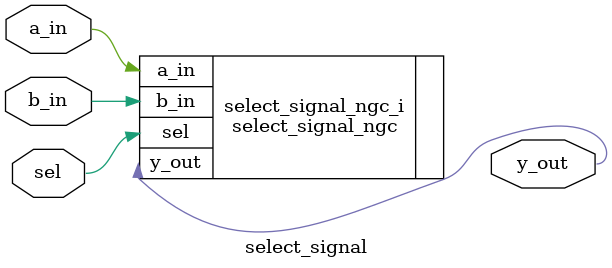
<source format=v>
`timescale 1ns / 1ps


module select_signal (
    input       a_in,
    input       b_in,
    input       sel,	// 0: a_in, 1: b_in    
    output      y_out
  );

  select_signal_ngc select_signal_ngc_i (
    .a_in(a_in),
    .b_in(b_in),
    .sel(sel),
    .y_out(y_out)
  );

endmodule

</source>
